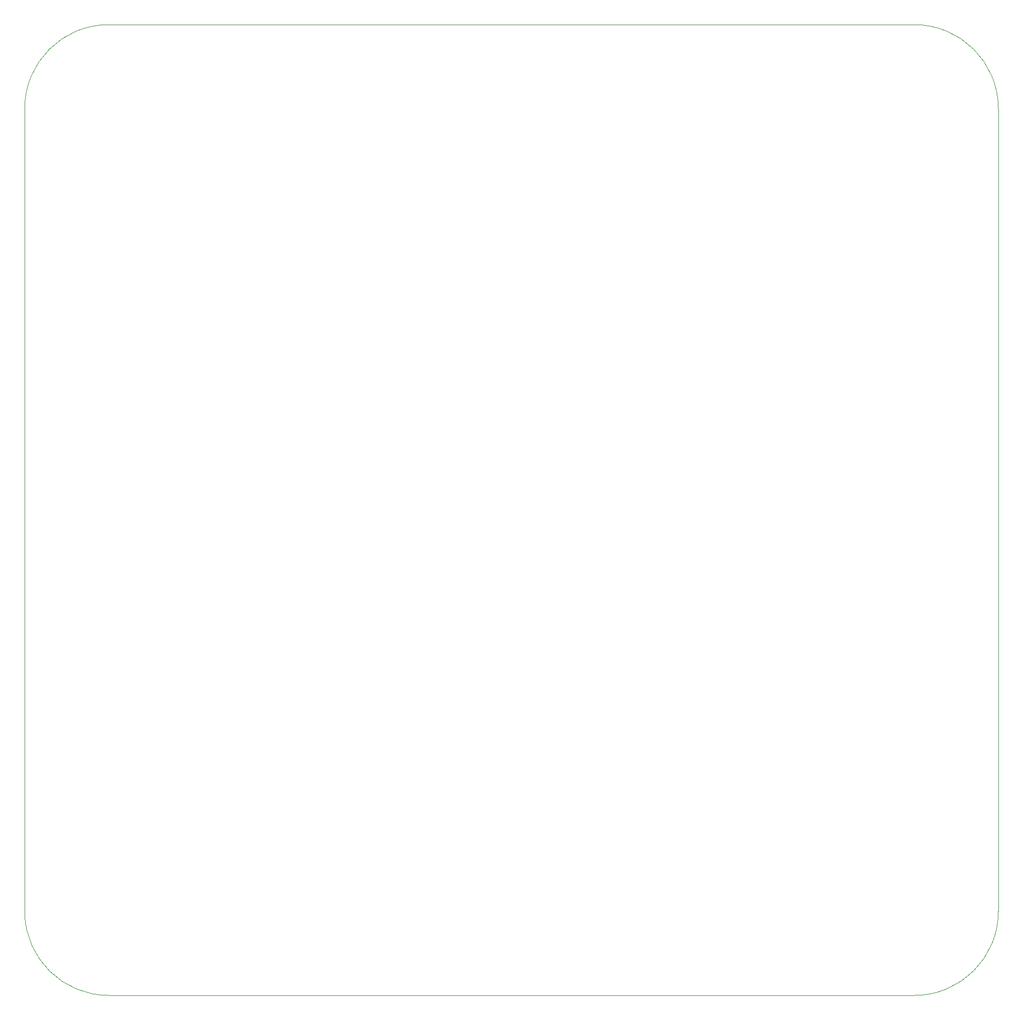
<source format=gbr>
%TF.GenerationSoftware,KiCad,Pcbnew,6.0.6-3a73a75311~116~ubuntu22.04.1*%
%TF.CreationDate,2022-09-10T11:22:29+05:30*%
%TF.ProjectId,ats,6174732e-6b69-4636-9164-5f7063625858,rev?*%
%TF.SameCoordinates,Original*%
%TF.FileFunction,Profile,NP*%
%FSLAX46Y46*%
G04 Gerber Fmt 4.6, Leading zero omitted, Abs format (unit mm)*
G04 Created by KiCad (PCBNEW 6.0.6-3a73a75311~116~ubuntu22.04.1) date 2022-09-10 11:22:29*
%MOMM*%
%LPD*%
G01*
G04 APERTURE LIST*
%TA.AperFunction,Profile*%
%ADD10C,0.100000*%
%TD*%
G04 APERTURE END LIST*
D10*
X176124779Y-34378000D02*
X176124779Y-161378000D01*
X162834000Y-174668779D02*
X35334000Y-174668779D01*
X162834000Y-174668779D02*
G75*
G03*
X176124779Y-161378000I0J13290779D01*
G01*
X22043222Y-161708000D02*
G75*
G03*
X35334000Y-174668779I13290778J334200D01*
G01*
X35334000Y-21087221D02*
X162834000Y-21087221D01*
X35334000Y-21087221D02*
G75*
G03*
X22043221Y-34378000I0J-13290779D01*
G01*
X176124779Y-34378000D02*
G75*
G03*
X162834000Y-21087221I-13290779J0D01*
G01*
X22043221Y-34378000D02*
X22043221Y-161708000D01*
M02*

</source>
